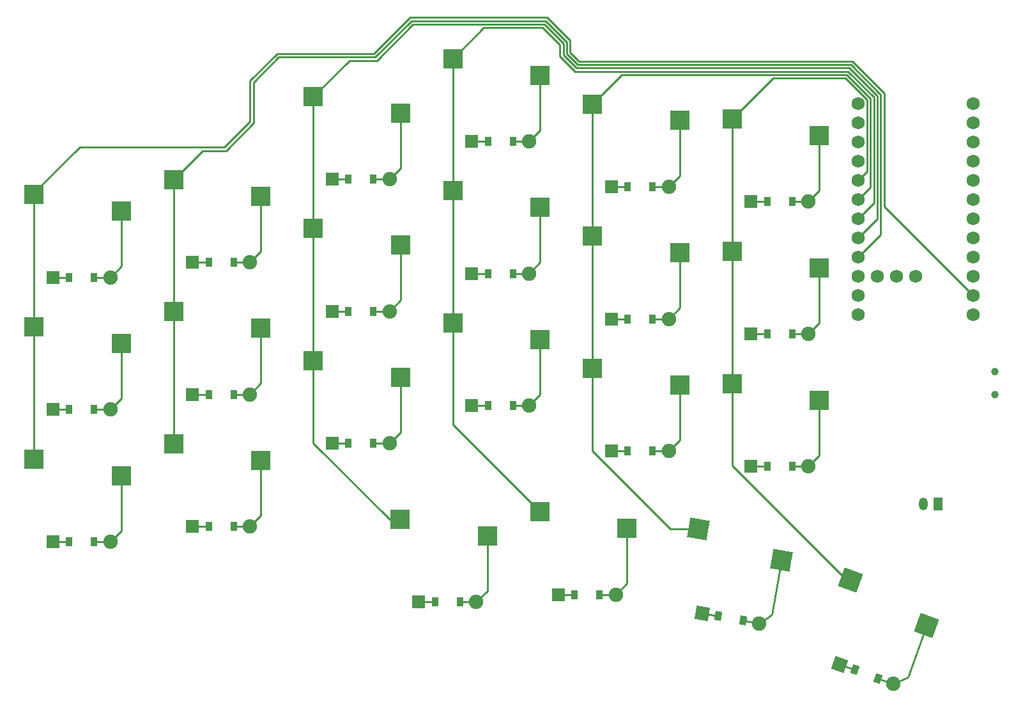
<source format=gbr>
%TF.GenerationSoftware,KiCad,Pcbnew,8.0.4*%
%TF.CreationDate,2024-08-22T13:25:46+01:00*%
%TF.ProjectId,left (v2 backup),6c656674-2028-4763-9220-6261636b7570,v1.0.0*%
%TF.SameCoordinates,Original*%
%TF.FileFunction,Copper,L2,Bot*%
%TF.FilePolarity,Positive*%
%FSLAX46Y46*%
G04 Gerber Fmt 4.6, Leading zero omitted, Abs format (unit mm)*
G04 Created by KiCad (PCBNEW 8.0.4) date 2024-08-22 13:25:46*
%MOMM*%
%LPD*%
G01*
G04 APERTURE LIST*
G04 Aperture macros list*
%AMRotRect*
0 Rectangle, with rotation*
0 The origin of the aperture is its center*
0 $1 length*
0 $2 width*
0 $3 Rotation angle, in degrees counterclockwise*
0 Add horizontal line*
21,1,$1,$2,0,0,$3*%
G04 Aperture macros list end*
%TA.AperFunction,WasherPad*%
%ADD10C,1.000000*%
%TD*%
%TA.AperFunction,ComponentPad*%
%ADD11R,1.778000X1.778000*%
%TD*%
%TA.AperFunction,SMDPad,CuDef*%
%ADD12R,0.900000X1.200000*%
%TD*%
%TA.AperFunction,ComponentPad*%
%ADD13C,1.905000*%
%TD*%
%TA.AperFunction,SMDPad,CuDef*%
%ADD14R,2.600000X2.600000*%
%TD*%
%TA.AperFunction,ComponentPad*%
%ADD15RotRect,1.778000X1.778000X350.000000*%
%TD*%
%TA.AperFunction,SMDPad,CuDef*%
%ADD16RotRect,0.900000X1.200000X350.000000*%
%TD*%
%TA.AperFunction,ComponentPad*%
%ADD17RotRect,1.778000X1.778000X340.000000*%
%TD*%
%TA.AperFunction,SMDPad,CuDef*%
%ADD18RotRect,0.900000X1.200000X340.000000*%
%TD*%
%TA.AperFunction,ComponentPad*%
%ADD19R,1.200000X1.700000*%
%TD*%
%TA.AperFunction,ComponentPad*%
%ADD20O,1.200000X1.700000*%
%TD*%
%TA.AperFunction,SMDPad,CuDef*%
%ADD21RotRect,2.600000X2.600000X340.000000*%
%TD*%
%TA.AperFunction,SMDPad,CuDef*%
%ADD22RotRect,2.600000X2.600000X350.000000*%
%TD*%
%TA.AperFunction,ComponentPad*%
%ADD23C,1.752600*%
%TD*%
%TA.AperFunction,Conductor*%
%ADD24C,0.250000*%
%TD*%
G04 APERTURE END LIST*
D10*
%TO.P,T1,*%
%TO.N,*%
X221655760Y-64905703D03*
X221655760Y-67905703D03*
%TD*%
D11*
%TO.P,D18,1*%
%TO.N,P111*%
X189345761Y-42405706D03*
D12*
X191505761Y-42405704D03*
%TO.P,D18,2*%
%TO.N,sixth_top*%
X194805761Y-42405708D03*
D13*
X196965761Y-42405706D03*
%TD*%
D11*
%TO.P,D12,1*%
%TO.N,P111*%
X152345757Y-34405704D03*
D12*
X154505757Y-34405702D03*
%TO.P,D12,2*%
%TO.N,fourth_top*%
X157805757Y-34405706D03*
D13*
X159965757Y-34405704D03*
%TD*%
D14*
%TO.P,S12,1*%
%TO.N,P002*%
X149880758Y-23455703D03*
%TO.P,S12,2*%
%TO.N,fourth_top*%
X161430758Y-25655703D03*
%TD*%
D11*
%TO.P,D17,1*%
%TO.N,P010*%
X189345761Y-59905704D03*
D12*
X191505761Y-59905702D03*
%TO.P,D17,2*%
%TO.N,sixth_home*%
X194805761Y-59905706D03*
D13*
X196965761Y-59905704D03*
%TD*%
D14*
%TO.P,S7,1*%
%TO.N,P115*%
X131380760Y-63455706D03*
%TO.P,S7,2*%
%TO.N,third_bottom*%
X142930760Y-65655706D03*
%TD*%
D11*
%TO.P,D6,1*%
%TO.N,P111*%
X115345758Y-50405704D03*
D12*
X117505758Y-50405702D03*
%TO.P,D6,2*%
%TO.N,second_top*%
X120805758Y-50405706D03*
D13*
X122965758Y-50405704D03*
%TD*%
D11*
%TO.P,D13,1*%
%TO.N,P009*%
X170845758Y-75405704D03*
D12*
X173005758Y-75405702D03*
%TO.P,D13,2*%
%TO.N,fifth_bottom*%
X176305758Y-75405706D03*
D13*
X178465758Y-75405704D03*
%TD*%
D11*
%TO.P,D8,1*%
%TO.N,P010*%
X133845758Y-56905703D03*
D12*
X136005758Y-56905701D03*
%TO.P,D8,2*%
%TO.N,third_home*%
X139305758Y-56905705D03*
D13*
X141465758Y-56905703D03*
%TD*%
D14*
%TO.P,S14,1*%
%TO.N,P029*%
X168380756Y-46955706D03*
%TO.P,S14,2*%
%TO.N,fifth_home*%
X179930756Y-49155706D03*
%TD*%
%TO.P,S1,1*%
%TO.N,P104*%
X94380762Y-76455704D03*
%TO.P,S1,2*%
%TO.N,first_bottom*%
X105930762Y-78655704D03*
%TD*%
%TO.P,S15,1*%
%TO.N,P029*%
X168380763Y-29455707D03*
%TO.P,S15,2*%
%TO.N,fifth_top*%
X179930763Y-31655707D03*
%TD*%
%TO.P,S16,1*%
%TO.N,P031*%
X186880759Y-66455703D03*
%TO.P,S16,2*%
%TO.N,sixth_bottom*%
X198430759Y-68655703D03*
%TD*%
%TO.P,S10,1*%
%TO.N,P002*%
X149880757Y-58455704D03*
%TO.P,S10,2*%
%TO.N,fourth_bottom*%
X161430757Y-60655704D03*
%TD*%
D11*
%TO.P,D2,1*%
%TO.N,P010*%
X96845757Y-69905703D03*
D12*
X99005757Y-69905701D03*
%TO.P,D2,2*%
%TO.N,first_home*%
X102305757Y-69905705D03*
D13*
X104465757Y-69905703D03*
%TD*%
D11*
%TO.P,D7,1*%
%TO.N,P009*%
X133845761Y-74405705D03*
D12*
X136005761Y-74405703D03*
%TO.P,D7,2*%
%TO.N,third_bottom*%
X139305761Y-74405707D03*
D13*
X141465761Y-74405705D03*
%TD*%
D11*
%TO.P,D11,1*%
%TO.N,P010*%
X152345763Y-51905704D03*
D12*
X154505763Y-51905702D03*
%TO.P,D11,2*%
%TO.N,fourth_home*%
X157805763Y-51905706D03*
D13*
X159965763Y-51905704D03*
%TD*%
D15*
%TO.P,D21,1*%
%TO.N,P106*%
X182915930Y-96888650D03*
D16*
X185043116Y-97263732D03*
%TO.P,D21,2*%
%TO.N,third_only*%
X188292982Y-97836768D03*
D13*
X190420168Y-98211850D03*
%TD*%
D17*
%TO.P,D22,1*%
%TO.N,P106*%
X201091570Y-103630187D03*
D18*
X203121306Y-104368952D03*
%TO.P,D22,2*%
%TO.N,fourth_only*%
X206222292Y-105497616D03*
D13*
X208252028Y-106236381D03*
%TD*%
D14*
%TO.P,S3,1*%
%TO.N,P104*%
X94380760Y-41455705D03*
%TO.P,S3,2*%
%TO.N,first_top*%
X105930760Y-43655705D03*
%TD*%
D11*
%TO.P,D10,1*%
%TO.N,P009*%
X152345755Y-69405707D03*
D12*
X154505755Y-69405705D03*
%TO.P,D10,2*%
%TO.N,fourth_bottom*%
X157805755Y-69405709D03*
D13*
X159965755Y-69405707D03*
%TD*%
D14*
%TO.P,S19,1*%
%TO.N,P115*%
X142880762Y-84455704D03*
%TO.P,S19,2*%
%TO.N,first_only*%
X154430762Y-86655704D03*
%TD*%
%TO.P,S13,1*%
%TO.N,P029*%
X168380760Y-64455705D03*
%TO.P,S13,2*%
%TO.N,fifth_bottom*%
X179930760Y-66655705D03*
%TD*%
D11*
%TO.P,D3,1*%
%TO.N,P111*%
X96845760Y-52405703D03*
D12*
X99005760Y-52405701D03*
%TO.P,D3,2*%
%TO.N,first_top*%
X102305760Y-52405705D03*
D13*
X104465760Y-52405703D03*
%TD*%
D11*
%TO.P,D19,1*%
%TO.N,P106*%
X145345762Y-95405704D03*
D12*
X147505762Y-95405702D03*
%TO.P,D19,2*%
%TO.N,first_only*%
X150805762Y-95405706D03*
D13*
X152965762Y-95405704D03*
%TD*%
D11*
%TO.P,D9,1*%
%TO.N,P111*%
X133845763Y-39405704D03*
D12*
X136005763Y-39405702D03*
%TO.P,D9,2*%
%TO.N,third_top*%
X139305763Y-39405706D03*
D13*
X141465763Y-39405704D03*
%TD*%
D14*
%TO.P,S8,1*%
%TO.N,P115*%
X131380759Y-45955706D03*
%TO.P,S8,2*%
%TO.N,third_home*%
X142930759Y-48155706D03*
%TD*%
%TO.P,S2,1*%
%TO.N,P104*%
X94380758Y-58955704D03*
%TO.P,S2,2*%
%TO.N,first_home*%
X105930758Y-61155704D03*
%TD*%
%TO.P,S20,1*%
%TO.N,P002*%
X161380761Y-83455704D03*
%TO.P,S20,2*%
%TO.N,second_only*%
X172930761Y-85655704D03*
%TD*%
D19*
%TO.P,JST1,1*%
%TO.N,pos*%
X214155761Y-82405704D03*
D20*
%TO.P,JST1,2*%
%TO.N,GND*%
X212155761Y-82405704D03*
%TD*%
D11*
%TO.P,D1,1*%
%TO.N,P009*%
X96845760Y-87405704D03*
D12*
X99005760Y-87405702D03*
%TO.P,D1,2*%
%TO.N,first_bottom*%
X102305760Y-87405706D03*
D13*
X104465760Y-87405704D03*
%TD*%
D14*
%TO.P,S6,1*%
%TO.N,P113*%
X112880761Y-39455706D03*
%TO.P,S6,2*%
%TO.N,second_top*%
X124430761Y-41655706D03*
%TD*%
D11*
%TO.P,D14,1*%
%TO.N,P010*%
X170845763Y-57905702D03*
D12*
X173005763Y-57905700D03*
%TO.P,D14,2*%
%TO.N,fifth_home*%
X176305763Y-57905704D03*
D13*
X178465763Y-57905702D03*
%TD*%
D21*
%TO.P,S22,1*%
%TO.N,P031*%
X202520347Y-92497474D03*
%TO.P,S22,2*%
%TO.N,fourth_only*%
X212621352Y-98515130D03*
%TD*%
D14*
%TO.P,S17,1*%
%TO.N,P031*%
X186880761Y-48955704D03*
%TO.P,S17,2*%
%TO.N,sixth_home*%
X198430761Y-51155704D03*
%TD*%
%TO.P,S9,1*%
%TO.N,P115*%
X131380756Y-28455705D03*
%TO.P,S9,2*%
%TO.N,third_top*%
X142930756Y-30655705D03*
%TD*%
D11*
%TO.P,D16,1*%
%TO.N,P009*%
X189345762Y-77405706D03*
D12*
X191505762Y-77405704D03*
%TO.P,D16,2*%
%TO.N,sixth_bottom*%
X194805762Y-77405708D03*
D13*
X196965762Y-77405706D03*
%TD*%
D11*
%TO.P,D15,1*%
%TO.N,P111*%
X170845760Y-40405702D03*
D12*
X173005760Y-40405700D03*
%TO.P,D15,2*%
%TO.N,fifth_top*%
X176305760Y-40405704D03*
D13*
X178465760Y-40405702D03*
%TD*%
D22*
%TO.P,S21,1*%
%TO.N,P029*%
X182389825Y-85676966D03*
%TO.P,S21,2*%
%TO.N,third_only*%
X193382329Y-89849180D03*
%TD*%
D14*
%TO.P,S11,1*%
%TO.N,P002*%
X149880762Y-40955702D03*
%TO.P,S11,2*%
%TO.N,fourth_home*%
X161430762Y-43155702D03*
%TD*%
%TO.P,S18,1*%
%TO.N,P031*%
X186880759Y-31455705D03*
%TO.P,S18,2*%
%TO.N,sixth_top*%
X198430759Y-33655705D03*
%TD*%
D23*
%TO.P,MCU1,1*%
%TO.N,P006*%
X218775756Y-29435709D03*
%TO.P,MCU1,2*%
%TO.N,P008*%
X218775756Y-31975706D03*
%TO.P,MCU1,3*%
%TO.N,GND*%
X218775756Y-34515706D03*
%TO.P,MCU1,4*%
X218775756Y-37055706D03*
%TO.P,MCU1,5*%
%TO.N,P017*%
X218775756Y-39595706D03*
%TO.P,MCU1,6*%
%TO.N,P020*%
X218775756Y-42135706D03*
%TO.P,MCU1,7*%
%TO.N,P022*%
X218775756Y-44675706D03*
%TO.P,MCU1,8*%
%TO.N,P024*%
X218775756Y-47215706D03*
%TO.P,MCU1,9*%
%TO.N,P100*%
X218775752Y-49755706D03*
%TO.P,MCU1,10*%
%TO.N,P011*%
X218775756Y-52295706D03*
%TO.P,MCU1,11*%
%TO.N,P104*%
X218775756Y-54835706D03*
%TO.P,MCU1,12*%
%TO.N,P106*%
X218775756Y-57375706D03*
%TO.P,MCU1,13*%
%TO.N,P009*%
X203535756Y-57375703D03*
%TO.P,MCU1,14*%
%TO.N,P010*%
X203535756Y-54835706D03*
%TO.P,MCU1,15*%
%TO.N,P111*%
X203535756Y-52295706D03*
%TO.P,MCU1,16*%
%TO.N,P113*%
X203535756Y-49755706D03*
%TO.P,MCU1,17*%
%TO.N,P115*%
X203535756Y-47215706D03*
%TO.P,MCU1,18*%
%TO.N,P002*%
X203535756Y-44675706D03*
%TO.P,MCU1,19*%
%TO.N,P029*%
X203535756Y-42135706D03*
%TO.P,MCU1,20*%
%TO.N,P031*%
X203535756Y-39595706D03*
%TO.P,MCU1,21*%
%TO.N,VCC*%
X203535760Y-37055706D03*
%TO.P,MCU1,22*%
%TO.N,RST*%
X203535756Y-34515706D03*
%TO.P,MCU1,23*%
%TO.N,GND*%
X203535756Y-31975706D03*
%TO.P,MCU1,24*%
%TO.N,RAW*%
X203535756Y-29435706D03*
%TO.P,MCU1,31*%
%TO.N,P101*%
X206075758Y-52295705D03*
%TO.P,MCU1,32*%
%TO.N,P102*%
X208615756Y-52295706D03*
%TO.P,MCU1,33*%
%TO.N,P107*%
X211155756Y-52295706D03*
%TD*%
D11*
%TO.P,D4,1*%
%TO.N,P009*%
X115345754Y-85405705D03*
D12*
X117505754Y-85405703D03*
%TO.P,D4,2*%
%TO.N,second_bottom*%
X120805754Y-85405707D03*
D13*
X122965754Y-85405705D03*
%TD*%
D11*
%TO.P,D20,1*%
%TO.N,P106*%
X163845760Y-94405706D03*
D12*
X166005760Y-94405704D03*
%TO.P,D20,2*%
%TO.N,second_only*%
X169305760Y-94405708D03*
D13*
X171465760Y-94405706D03*
%TD*%
D14*
%TO.P,S4,1*%
%TO.N,P113*%
X112880761Y-74455707D03*
%TO.P,S4,2*%
%TO.N,second_bottom*%
X124430761Y-76655707D03*
%TD*%
D11*
%TO.P,D5,1*%
%TO.N,P010*%
X115345764Y-67905707D03*
D12*
X117505764Y-67905705D03*
%TO.P,D5,2*%
%TO.N,second_home*%
X120805764Y-67905709D03*
D13*
X122965764Y-67905707D03*
%TD*%
D14*
%TO.P,S5,1*%
%TO.N,P113*%
X112880760Y-56955705D03*
%TO.P,S5,2*%
%TO.N,second_home*%
X124430760Y-59155705D03*
%TD*%
D24*
%TO.N,P104*%
X94380760Y-41219240D02*
X100400000Y-35200000D01*
X165400000Y-22600000D02*
X166600000Y-23800000D01*
X126600000Y-22800000D02*
X139400000Y-22800000D01*
X94380758Y-58955703D02*
X94380762Y-59724186D01*
X94380761Y-59724188D02*
X94380762Y-76455705D01*
X94380759Y-41455707D02*
X94380758Y-58955703D01*
X119600000Y-35200000D02*
X123000000Y-31800000D01*
X144200000Y-18000000D02*
X162331077Y-18000000D01*
X123000000Y-26400000D02*
X126600000Y-22800000D01*
X139400000Y-22800000D02*
X144200000Y-18000000D01*
X123000000Y-31800000D02*
X123000000Y-26400000D01*
X165400000Y-21068923D02*
X165400000Y-22600000D01*
X162331077Y-18000000D02*
X165400000Y-21068923D01*
X202780925Y-23800000D02*
X207000000Y-28019075D01*
X94380762Y-59724186D02*
X94380761Y-59724188D01*
X207000000Y-28019075D02*
X207000000Y-43059950D01*
X166600000Y-23800000D02*
X202780925Y-23800000D01*
X94380760Y-41455705D02*
X94380760Y-41219240D01*
X100400000Y-35200000D02*
X119600000Y-35200000D01*
X207000000Y-43059950D02*
X218775756Y-54835706D01*
%TO.N,first_bottom*%
X105930759Y-85940701D02*
X104465758Y-87405704D01*
X102305761Y-87405704D02*
X104465759Y-87405706D01*
X104465759Y-87405706D02*
X104465758Y-87405704D01*
X105930761Y-78655705D02*
X105930759Y-85940701D01*
%TO.N,first_home*%
X102305757Y-69905705D02*
X104465761Y-69905703D01*
X104465761Y-69905703D02*
X104465759Y-69905701D01*
X105930761Y-68440701D02*
X104465759Y-69905701D01*
X105930761Y-61155705D02*
X105930761Y-68440701D01*
%TO.N,first_top*%
X105930763Y-50940705D02*
X104465759Y-52405702D01*
X104465760Y-52405704D02*
X104465759Y-52405702D01*
X105930758Y-43655704D02*
X105930763Y-50940705D01*
X102305760Y-52405705D02*
X104465760Y-52405704D01*
%TO.N,P113*%
X112880760Y-56955704D02*
X112880760Y-56955704D01*
X206537060Y-28192531D02*
X206537060Y-46754402D01*
X162144681Y-18450000D02*
X164947341Y-21252660D01*
X206537060Y-46754402D02*
X203535756Y-49755706D01*
X144386396Y-18450000D02*
X162144681Y-18450000D01*
X164947341Y-21252660D02*
X164947341Y-22783737D01*
X166413604Y-24250000D02*
X202594529Y-24250000D01*
X112880757Y-39455705D02*
X112880760Y-56955704D01*
X202594529Y-24250000D02*
X206537060Y-28192531D01*
X164947341Y-22783737D02*
X166413604Y-24250000D01*
X123450000Y-26586396D02*
X126786396Y-23250000D01*
X126786396Y-23250000D02*
X139586396Y-23250000D01*
X119786396Y-35650000D02*
X123450000Y-31986396D01*
X112880761Y-39455706D02*
X116686467Y-35650000D01*
X116686467Y-35650000D02*
X119786396Y-35650000D01*
X139586396Y-23250000D02*
X144386396Y-18450000D01*
X112880757Y-74455706D02*
X112880760Y-56955704D01*
X123450000Y-31986396D02*
X123450000Y-26586396D01*
%TO.N,second_bottom*%
X124430761Y-83940700D02*
X122965758Y-85405703D01*
X122965757Y-85405704D02*
X122965758Y-85405703D01*
X124430760Y-76655705D02*
X124430761Y-83940700D01*
X120805758Y-85405704D02*
X122965757Y-85405704D01*
%TO.N,second_home*%
X120805762Y-67905704D02*
X120805761Y-67905704D01*
X124430760Y-66440702D02*
X122965758Y-67905704D01*
X124430764Y-59155705D02*
X124430760Y-66440702D01*
X122965758Y-67905704D02*
X120805762Y-67905704D01*
%TO.N,second_top*%
X124430762Y-41655706D02*
X124430760Y-48940703D01*
X124430760Y-48940703D02*
X122965763Y-50405703D01*
X122965762Y-50405703D02*
X122965763Y-50405703D01*
X120805763Y-50405706D02*
X122965762Y-50405703D01*
%TO.N,P115*%
X131380761Y-63455706D02*
X131380761Y-74368706D01*
X131380760Y-46379638D02*
X131380761Y-63455706D01*
X131380758Y-45955706D02*
X131380758Y-46379635D01*
X206087060Y-44664402D02*
X203535756Y-47215706D01*
X139772792Y-23700000D02*
X144572792Y-18900000D01*
X206087060Y-28378927D02*
X206087060Y-44664402D01*
X131380757Y-28455705D02*
X131380756Y-45955703D01*
X131380758Y-46379635D02*
X131380760Y-46379638D01*
X144572792Y-18900000D02*
X161958285Y-18900000D01*
X141467758Y-84455704D02*
X142880762Y-84455704D01*
X164497341Y-21439056D02*
X164497341Y-22970133D01*
X131380756Y-28455705D02*
X136136461Y-23700000D01*
X164497341Y-22970133D02*
X166227208Y-24700000D01*
X131380761Y-74368706D02*
X141467758Y-84455704D01*
X131380756Y-45955703D02*
X131380758Y-45955706D01*
X161958285Y-18900000D02*
X164497341Y-21439056D01*
X136136461Y-23700000D02*
X139772792Y-23700000D01*
X166227208Y-24700000D02*
X202408133Y-24700000D01*
X202408133Y-24700000D02*
X206087060Y-28378927D01*
%TO.N,third_bottom*%
X139305759Y-74405705D02*
X141465760Y-74405707D01*
X142930762Y-72940706D02*
X141465763Y-74405708D01*
X141465760Y-74405707D02*
X141465763Y-74405708D01*
X142930758Y-65655704D02*
X142930762Y-72940706D01*
%TO.N,third_home*%
X141465759Y-56905705D02*
X141465759Y-56905704D01*
X142930759Y-48155706D02*
X142930759Y-55440703D01*
X142930759Y-55440703D02*
X141465759Y-56905704D01*
X139305762Y-56905705D02*
X141465759Y-56905705D01*
%TO.N,third_top*%
X142930758Y-30655704D02*
X142930759Y-37940702D01*
X141465760Y-39405704D02*
X141465760Y-39405702D01*
X139305757Y-39405705D02*
X141465760Y-39405704D01*
X142930759Y-37940702D02*
X141465760Y-39405702D01*
%TO.N,P002*%
X149880758Y-40955699D02*
X149880759Y-40955702D01*
X205637060Y-28565323D02*
X205637060Y-42574402D01*
X149880759Y-58455704D02*
X149880757Y-71955702D01*
X161771889Y-19350000D02*
X164047341Y-21625452D01*
X149880757Y-41502482D02*
X149880759Y-58455704D01*
X205637060Y-42574402D02*
X203535756Y-44675706D01*
X164047341Y-21625452D02*
X164047341Y-23156529D01*
X149880758Y-23455703D02*
X153986461Y-19350000D01*
X149880759Y-40955702D02*
X149880759Y-41502479D01*
X164047341Y-23156529D02*
X166040812Y-25150000D01*
X166040812Y-25150000D02*
X202221737Y-25150000D01*
X149880758Y-23455703D02*
X149880758Y-40955699D01*
X149880757Y-71955702D02*
X161380761Y-83455704D01*
X202221737Y-25150000D02*
X205637060Y-28565323D01*
X149880759Y-41502479D02*
X149880757Y-41502482D01*
X153986461Y-19350000D02*
X161771889Y-19350000D01*
%TO.N,fourth_bottom*%
X157805759Y-69405707D02*
X159965754Y-69405707D01*
X159965754Y-69405707D02*
X159965758Y-69405706D01*
X161430757Y-60655705D02*
X161430757Y-67940706D01*
X161430757Y-67940706D02*
X159965758Y-69405706D01*
%TO.N,fourth_home*%
X157805762Y-51905705D02*
X159965757Y-51905703D01*
X159965757Y-51905703D02*
X159965759Y-51905703D01*
X161430760Y-50440705D02*
X159965759Y-51905703D01*
X161430764Y-43155704D02*
X161430760Y-50440705D01*
%TO.N,fourth_top*%
X157805763Y-34405708D02*
X159965756Y-34405706D01*
X161430755Y-25655702D02*
X161430758Y-32940706D01*
X161430758Y-32940706D02*
X159965758Y-34405707D01*
X159965756Y-34405706D02*
X159965758Y-34405707D01*
%TO.N,P029*%
X168380756Y-46955706D02*
X168380755Y-64455701D01*
X205187060Y-28751719D02*
X205187060Y-40484402D01*
X178689022Y-85676964D02*
X182389823Y-85676965D01*
X172236470Y-25600000D02*
X202035341Y-25600000D01*
X168380758Y-64455704D02*
X168380759Y-75368703D01*
X168380763Y-29455706D02*
X168380762Y-46955699D01*
X168380759Y-75368703D02*
X178689022Y-85676964D01*
X168380763Y-29455707D02*
X172236470Y-25600000D01*
X205187060Y-40484402D02*
X203535756Y-42135706D01*
X168380755Y-64455701D02*
X168380758Y-64455704D01*
X168380762Y-46955699D02*
X168380756Y-46955706D01*
X202035341Y-25600000D02*
X205187060Y-28751719D01*
%TO.N,fifth_bottom*%
X178465759Y-75405704D02*
X178465757Y-75405703D01*
X176305760Y-75405705D02*
X178465759Y-75405704D01*
X179930758Y-73940705D02*
X178465757Y-75405703D01*
X179930758Y-66655703D02*
X179930758Y-73940705D01*
%TO.N,fifth_home*%
X179930754Y-56440707D02*
X178465760Y-57905705D01*
X176305756Y-57905705D02*
X178465761Y-57905705D01*
X178465761Y-57905705D02*
X178465760Y-57905705D01*
X179930755Y-49155704D02*
X179930754Y-56440707D01*
%TO.N,fifth_top*%
X176305761Y-40405705D02*
X178465757Y-40405705D01*
X178465757Y-40405705D02*
X178465759Y-40405704D01*
X179930762Y-31655707D02*
X179930762Y-38940700D01*
X179930762Y-38940700D02*
X178465759Y-40405704D01*
%TO.N,P031*%
X186880759Y-48955704D02*
X186880760Y-48955705D01*
X204737060Y-28938115D02*
X204737060Y-38394402D01*
X186880757Y-77368702D02*
X202009529Y-92497473D01*
X202009529Y-92497473D02*
X202520347Y-92497472D01*
X201848945Y-26050000D02*
X204737060Y-28938115D01*
X192286464Y-26050000D02*
X201848945Y-26050000D01*
X204737060Y-38394402D02*
X203535756Y-39595706D01*
X186880760Y-48955705D02*
X186880760Y-66455701D01*
X186880759Y-31455705D02*
X192286464Y-26050000D01*
X186880760Y-66455701D02*
X186880759Y-66455702D01*
X186880759Y-66455702D02*
X186880757Y-77368702D01*
X186880759Y-31455705D02*
X186880759Y-48955704D01*
%TO.N,sixth_bottom*%
X198430758Y-75940706D02*
X196965762Y-77405703D01*
X196965762Y-77405704D02*
X196965762Y-77405703D01*
X198430756Y-68655705D02*
X198430758Y-75940706D01*
X194805759Y-77405707D02*
X196965762Y-77405704D01*
%TO.N,sixth_home*%
X194805761Y-59905707D02*
X196965758Y-59905705D01*
X198430759Y-58440707D02*
X196965758Y-59905704D01*
X196965758Y-59905705D02*
X196965758Y-59905704D01*
X198430760Y-51155704D02*
X198430759Y-58440707D01*
%TO.N,sixth_top*%
X196965759Y-42405707D02*
X194805757Y-42405707D01*
X198430761Y-40940706D02*
X196965759Y-42405707D01*
X198430760Y-33655704D02*
X198430761Y-40940706D01*
X194805757Y-42405707D02*
X194805757Y-42405708D01*
%TO.N,first_only*%
X154430760Y-86655705D02*
X154430762Y-93940705D01*
X152965757Y-95405705D02*
X152965758Y-95405703D01*
X154430762Y-93940705D02*
X152965758Y-95405703D01*
X150805761Y-95405705D02*
X152965757Y-95405705D01*
%TO.N,second_only*%
X172930760Y-85655705D02*
X172930763Y-92940705D01*
X171465760Y-94405707D02*
X171465761Y-94405707D01*
X169305760Y-94405705D02*
X171465760Y-94405707D01*
X172930763Y-92940705D02*
X171465761Y-94405707D01*
%TO.N,third_only*%
X193382327Y-89849180D02*
X192117300Y-97023504D01*
X188292982Y-97836771D02*
X188292981Y-97836769D01*
X192117300Y-97023504D02*
X190420166Y-98211851D01*
X190420166Y-98211854D02*
X188292982Y-97836771D01*
%TO.N,fourth_only*%
X208252026Y-106236382D02*
X206222290Y-105497618D01*
X212621352Y-98515130D02*
X210129734Y-105360792D01*
X206222290Y-105497618D02*
X206222293Y-105497614D01*
X210129734Y-105360792D02*
X208252026Y-106236382D01*
%TO.N,P009*%
X152345760Y-69405706D02*
X154505759Y-69405705D01*
X173005758Y-75405705D02*
X173005761Y-75405703D01*
X99005758Y-87405704D02*
X99005759Y-87405704D01*
X154505759Y-69405705D02*
X154505762Y-69405705D01*
X115345755Y-85405705D02*
X117505759Y-85405702D01*
X117505759Y-85405702D02*
X117505759Y-85405701D01*
X170845763Y-75405705D02*
X173005758Y-75405705D01*
X96845764Y-87405704D02*
X99005758Y-87405704D01*
X191505762Y-77405705D02*
X191505763Y-77405704D01*
X189345759Y-77405704D02*
X191505762Y-77405705D01*
X133845758Y-74405705D02*
X136005758Y-74405706D01*
X136005758Y-74405706D02*
X136005760Y-74405703D01*
%TO.N,P010*%
X189345762Y-59905706D02*
X191505760Y-59905704D01*
X191505760Y-59905704D02*
X191505761Y-59905703D01*
X154505757Y-51905704D02*
X154505757Y-51905703D01*
X115345763Y-67905700D02*
X115345762Y-67905701D01*
X133845761Y-56905701D02*
X136005759Y-56905702D01*
X96845758Y-69905703D02*
X99005758Y-69905704D01*
X136005759Y-56905702D02*
X136005760Y-56905702D01*
X99005758Y-69905704D02*
X99005759Y-69905703D01*
X152345760Y-51905705D02*
X154505757Y-51905704D01*
X170845758Y-57905706D02*
X173005761Y-57905702D01*
X117505758Y-67905702D02*
X115345763Y-67905700D01*
X173005761Y-57905702D02*
X173005760Y-57905701D01*
%TO.N,P111*%
X117505759Y-50405704D02*
X117505760Y-50405703D01*
X152345757Y-34405705D02*
X154505760Y-34405704D01*
X173005758Y-40405702D02*
X173005757Y-40405702D01*
X115345757Y-50405703D02*
X117505759Y-50405704D01*
X191505761Y-42405705D02*
X189345759Y-42405704D01*
X99005759Y-52405704D02*
X99005760Y-52405702D01*
X133845761Y-39405701D02*
X136005760Y-39405704D01*
X96845760Y-52405703D02*
X99005759Y-52405704D01*
X136005760Y-39405704D02*
X136005761Y-39405705D01*
X170845759Y-40405703D02*
X173005758Y-40405702D01*
X189345759Y-42405704D02*
X189345758Y-42405706D01*
X154505760Y-34405704D02*
X154505759Y-34405703D01*
%TO.N,P106*%
X185043112Y-97263732D02*
X182915932Y-96888651D01*
X147505759Y-95405705D02*
X147505758Y-95405703D01*
X182915932Y-96888651D02*
X182915930Y-96888649D01*
X166005760Y-94405706D02*
X166005762Y-94405706D01*
X201091569Y-103630186D02*
X201091571Y-103630183D01*
X145345760Y-95405701D02*
X147505759Y-95405705D01*
X163845763Y-94405705D02*
X166005760Y-94405706D01*
X203121305Y-104368952D02*
X201091569Y-103630186D01*
%TD*%
M02*

</source>
